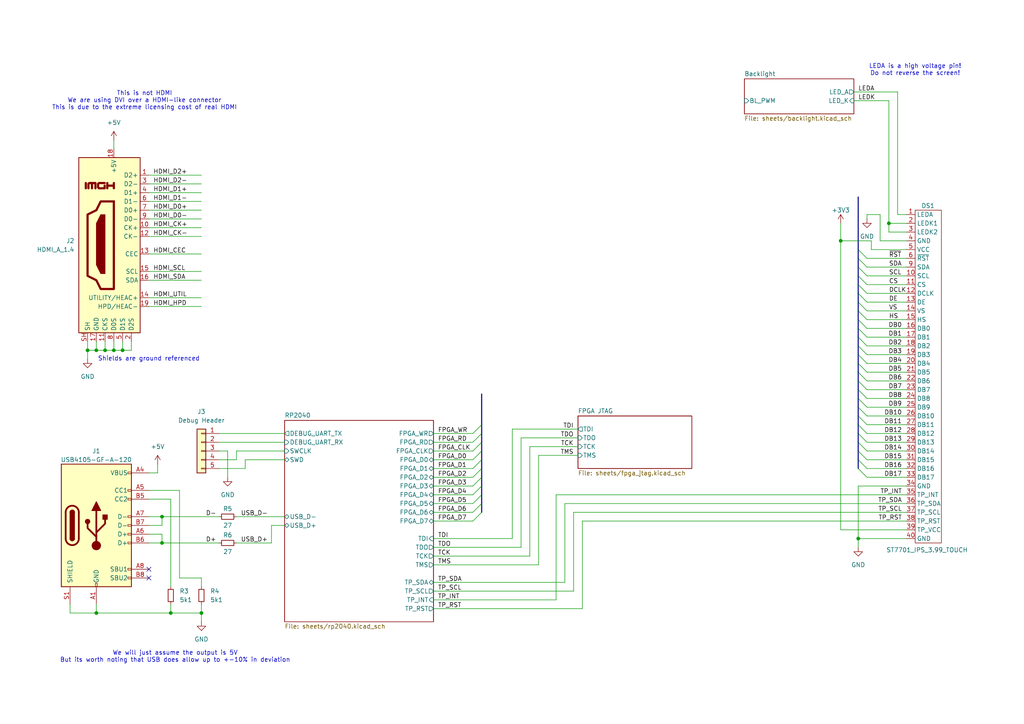
<source format=kicad_sch>
(kicad_sch (version 20231120) (generator "eeschema") (generator_version "8.0")
  (paper "A4")
  (title_block (title "Top Sheet") (date "2024-03-11") (rev "1") (company "https://github.com/Cuprum77"))
  (lib_symbols
    (symbol "Connector:HDMI_A_1.4"
      (property "Reference" "J" (at -6.35 26.67 0))
      (property "Value" "HDMI_A_1.4" (at 10.16 26.67 0))
      (symbol "HDMI_A_1.4_0_0"
        (polyline (pts (xy 8.128 16.51) (xy 8.128 18.034)) (stroke (width 0.635)))
        (polyline (pts (xy 0 16.51) (xy 0 18.034) (xy 0 17.272) (xy 1.905 17.272) (xy 1.905 18.034) (xy 1.905 16.51)) (stroke (width 0.635)))
        (polyline (pts (xy 2.667 18.034) (xy 4.318 18.034) (xy 4.572 17.78) (xy 4.572 16.764) (xy 4.318 16.51) (xy 2.667 16.51) (xy 2.667 17.272)) (stroke (width 0.635)))
      )
      (symbol "HDMI_A_1.4_0_1"
        (rectangle (start -7.62 25.4) (end 10.16 -25.4) (stroke (width 0.254)) (fill (type background)))
        (polyline (pts (xy 2.54 8.89) (xy 3.81 8.89) (xy 5.08 6.35) (xy 5.08 -5.715) (xy 3.81 -8.255) (xy 2.54 -8.255) (xy 2.54 8.89)) (fill (type outline)))
        (polyline (pts (xy 5.334 16.51) (xy 5.334 18.034) (xy 6.35 18.034) (xy 6.35 16.51) (xy 6.35 18.034) (xy 7.112 18.034) (xy 7.366 17.78) (xy 7.366 16.51)) (stroke (width 0.635)))
        (polyline (pts (xy 0 12.7) (xy 0 -12.7) (xy 3.81 -12.7) (xy 5.08 -10.16) (xy 7.62 -8.89) (xy 7.62 8.89) (xy 5.08 10.16) (xy 3.81 12.7) (xy 0 12.7)) (stroke (width 0.635)))
      )
      (symbol "HDMI_A_1.4_1_1"
        (pin passive line (at -10.16 20.32 0) (length 2.54) (name "D2+") (number "1"))
        (pin passive line (at -10.16 5.08 0) (length 2.54) (name "CK+") (number "10"))
        (pin power_in line (at 2.54 -27.94 90) (length 2.54) (name "CKS") (number "11"))
        (pin passive line (at -10.16 2.54 0) (length 2.54) (name "CK-") (number "12"))
        (pin bidirectional line (at -10.16 -2.54 0) (length 2.54) (name "CEC") (number "13"))
        (pin passive line (at -10.16 -15.24 0) (length 2.54) (name "UTILITY/HEAC+") (number "14"))
        (pin passive line (at -10.16 -7.62 0) (length 2.54) (name "SCL") (number "15"))
        (pin bidirectional line (at -10.16 -10.16 0) (length 2.54) (name "SDA") (number "16"))
        (pin power_in line (at 5.08 -27.94 90) (length 2.54) (name "GND") (number "17"))
        (pin power_in line (at 0 27.94 270) (length 2.54) (name "+5V") (number "18"))
        (pin passive line (at -10.16 -17.78 0) (length 2.54) (name "HPD/HEAC-") (number "19"))
        (pin power_in line (at -5.08 -27.94 90) (length 2.54) (name "D2S") (number "2"))
        (pin passive line (at -10.16 17.78 0) (length 2.54) (name "D2-") (number "3"))
        (pin passive line (at -10.16 15.24 0) (length 2.54) (name "D1+") (number "4"))
        (pin power_in line (at -2.54 -27.94 90) (length 2.54) (name "D1S") (number "5"))
        (pin passive line (at -10.16 12.7 0) (length 2.54) (name "D1-") (number "6"))
        (pin passive line (at -10.16 10.16 0) (length 2.54) (name "D0+") (number "7"))
        (pin power_in line (at 0 -27.94 90) (length 2.54) (name "D0S") (number "8"))
        (pin passive line (at -10.16 7.62 0) (length 2.54) (name "D0-") (number "9"))
        (pin passive line (at 7.62 -27.94 90) (length 2.54) (name "SH") (number "SH"))
      )
    )
    (symbol "Connector:USB_C_Receptacle_USB2.0" (pin_names (offset 1.016))
      (property "Reference" "J" (at -10.16 19.05 0))
      (property "Value" "USB_C_Receptacle_USB2.0" (at 19.05 19.05 0))
      (symbol "USB_C_Receptacle_USB2.0_0_0"
        (rectangle (start -0.254 -17.78) (end 0.254 -16.764))
        (rectangle (start 10.16 -14.986) (end 9.144 -15.494))
        (rectangle (start 10.16 -12.446) (end 9.144 -12.954))
        (rectangle (start 10.16 -4.826) (end 9.144 -5.334))
        (rectangle (start 10.16 -2.286) (end 9.144 -2.794))
        (rectangle (start 10.16 0.254) (end 9.144 -0.254))
        (rectangle (start 10.16 2.794) (end 9.144 2.286))
        (rectangle (start 10.16 7.874) (end 9.144 7.366))
        (rectangle (start 10.16 10.414) (end 9.144 9.906))
        (rectangle (start 10.16 15.494) (end 9.144 14.986))
      )
      (symbol "USB_C_Receptacle_USB2.0_0_1"
        (rectangle (start -10.16 17.78) (end 10.16 -17.78) (stroke (width 0.254)) (fill (type background)))
        (arc (start -8.89 -3.81) (mid -6.985 -5.7067) (end -5.08 -3.81) (stroke (width 0.508)))
        (arc (start -7.62 -3.81) (mid -6.985 -4.4423) (end -6.35 -3.81) (stroke (width 0.254)))
        (arc (start -7.62 -3.81) (mid -6.985 -4.4423) (end -6.35 -3.81) (stroke (width 0.254)) (fill (type outline)))
        (rectangle (start -7.62 -3.81) (end -6.35 3.81) (stroke (width 0.254)) (fill (type outline)))
        (arc (start -6.35 3.81) (mid -6.985 4.4423) (end -7.62 3.81) (stroke (width 0.254)))
        (arc (start -6.35 3.81) (mid -6.985 4.4423) (end -7.62 3.81) (stroke (width 0.254)) (fill (type outline)))
        (arc (start -5.08 3.81) (mid -6.985 5.7067) (end -8.89 3.81) (stroke (width 0.508)))
        (circle (center -2.54 1.143) (radius 0.635) (stroke (width 0.254)) (fill (type outline)))
        (circle (center 0 -5.842) (radius 1.27) (fill (type outline)))
        (polyline (pts (xy -8.89 -3.81) (xy -8.89 3.81)) (stroke (width 0.508)))
        (polyline (pts (xy -5.08 3.81) (xy -5.08 -3.81)) (stroke (width 0.508)))
        (polyline (pts (xy 0 -5.842) (xy 0 4.318)) (stroke (width 0.508)))
        (polyline (pts (xy 0 -3.302) (xy -2.54 -0.762) (xy -2.54 0.508)) (stroke (width 0.508)))
        (polyline (pts (xy 0 -2.032) (xy 2.54 0.508) (xy 2.54 1.778)) (stroke (width 0.508)))
        (polyline (pts (xy -1.27 4.318) (xy 0 6.858) (xy 1.27 4.318) (xy -1.27 4.318)) (stroke (width 0.254)) (fill (type outline)))
        (rectangle (start 1.905 1.778) (end 3.175 3.048) (stroke (width 0.254)) (fill (type outline)))
      )
      (symbol "USB_C_Receptacle_USB2.0_1_1"
        (pin passive line (at 0 -22.86 90) (length 5.08) (name "GND") (number "A1"))
        (pin passive line (at 0 -22.86 90) (length 5.08) hide (name "GND") (number "A12"))
        (pin passive line (at 15.24 15.24 180) (length 5.08) (name "VBUS") (number "A4"))
        (pin bidirectional line (at 15.24 10.16 180) (length 5.08) (name "CC1") (number "A5"))
        (pin bidirectional line (at 15.24 -2.54 180) (length 5.08) (name "D+") (number "A6"))
        (pin bidirectional line (at 15.24 2.54 180) (length 5.08) (name "D-") (number "A7"))
        (pin bidirectional line (at 15.24 -12.7 180) (length 5.08) (name "SBU1") (number "A8"))
        (pin passive line (at 15.24 15.24 180) (length 5.08) hide (name "VBUS") (number "A9"))
        (pin passive line (at 0 -22.86 90) (length 5.08) hide (name "GND") (number "B1"))
        (pin passive line (at 0 -22.86 90) (length 5.08) hide (name "GND") (number "B12"))
        (pin passive line (at 15.24 15.24 180) (length 5.08) hide (name "VBUS") (number "B4"))
        (pin bidirectional line (at 15.24 7.62 180) (length 5.08) (name "CC2") (number "B5"))
        (pin bidirectional line (at 15.24 -5.08 180) (length 5.08) (name "D+") (number "B6"))
        (pin bidirectional line (at 15.24 0 180) (length 5.08) (name "D-") (number "B7"))
        (pin bidirectional line (at 15.24 -15.24 180) (length 5.08) (name "SBU2") (number "B8"))
        (pin passive line (at 15.24 15.24 180) (length 5.08) hide (name "VBUS") (number "B9"))
        (pin passive line (at -7.62 -22.86 90) (length 5.08) (name "SHIELD") (number "S1"))
      )
    )
    (symbol "Connector_Generic:Conn_01x05" (pin_names (offset 1.016) hide)
      (property "Reference" "J" (at 0 7.62 0))
      (property "Value" "Conn_01x05" (at 0 -7.62 0))
      (symbol "Conn_01x05_1_1"
        (rectangle (start -1.27 -4.953) (end 0 -5.207) (stroke (width 0.1524)))
        (rectangle (start -1.27 -2.413) (end 0 -2.667) (stroke (width 0.1524)))
        (rectangle (start -1.27 0.127) (end 0 -0.127) (stroke (width 0.1524)))
        (rectangle (start -1.27 2.667) (end 0 2.413) (stroke (width 0.1524)))
        (rectangle (start -1.27 5.207) (end 0 4.953) (stroke (width 0.1524)))
        (rectangle (start -1.27 6.35) (end 1.27 -6.35) (stroke (width 0.254)) (fill (type background)))
        (pin passive line (at -5.08 5.08 0) (length 3.81) (name "Pin_1") (number "1"))
        (pin passive line (at -5.08 2.54 0) (length 3.81) (name "Pin_2") (number "2"))
        (pin passive line (at -5.08 0 0) (length 3.81) (name "Pin_3") (number "3"))
        (pin passive line (at -5.08 -2.54 0) (length 3.81) (name "Pin_4") (number "4"))
        (pin passive line (at -5.08 -5.08 0) (length 3.81) (name "Pin_5") (number "5"))
      )
    )
    (symbol "Cuprum_Displays:ST7701_IPS_3.99_TOUCH"
      (property "Reference" "DS" (at 0 7.62 0))
      (property "Value" "ST7701_IPS_3.99_TOUCH" (at 0 5.08 0))
      (symbol "ST7701_IPS_3.99_TOUCH_0_1"
        (rectangle (start -48.26 3.81) (end 48.26 -3.81))
      )
      (symbol "ST7701_IPS_3.99_TOUCH_1_1"
        (pin input line (at -46.99 -6.35 90) (length 2.54) (name "LEDA") (number "1"))
        (pin input line (at -29.21 -6.35 90) (length 2.54) (name "SCL") (number "10"))
        (pin input line (at -26.67 -6.35 90) (length 2.54) (name "CS") (number "11"))
        (pin input line (at -24.13 -6.35 90) (length 2.54) (name "DCLK") (number "12"))
        (pin input line (at -21.59 -6.35 90) (length 2.54) (name "DE") (number "13"))
        (pin input line (at -19.05 -6.35 90) (length 2.54) (name "VS") (number "14"))
        (pin input line (at -16.51 -6.35 90) (length 2.54) (name "HS") (number "15"))
        (pin input line (at -13.97 -6.35 90) (length 2.54) (name "DB0") (number "16"))
        (pin input line (at -11.43 -6.35 90) (length 2.54) (name "DB1") (number "17"))
        (pin input line (at -8.89 -6.35 90) (length 2.54) (name "DB2") (number "18"))
        (pin input line (at -6.35 -6.35 90) (length 2.54) (name "DB3") (number "19"))
        (pin input line (at -44.45 -6.35 90) (length 2.54) (name "LEDK1") (number "2"))
        (pin input line (at -3.81 -6.35 90) (length 2.54) (name "DB4") (number "20"))
        (pin input line (at -1.27 -6.35 90) (length 2.54) (name "DB5") (number "21"))
        (pin input line (at 1.27 -6.35 90) (length 2.54) (name "DB6") (number "22"))
        (pin input line (at 3.81 -6.35 90) (length 2.54) (name "DB7") (number "23"))
        (pin input line (at 6.35 -6.35 90) (length 2.54) (name "DB8") (number "24"))
        (pin input line (at 8.89 -6.35 90) (length 2.54) (name "DB9") (number "25"))
        (pin input line (at 11.43 -6.35 90) (length 2.54) (name "DB10") (number "26"))
        (pin input line (at 13.97 -6.35 90) (length 2.54) (name "DB11") (number "27"))
        (pin input line (at 16.51 -6.35 90) (length 2.54) (name "DB12") (number "28"))
        (pin input line (at 19.05 -6.35 90) (length 2.54) (name "DB13") (number "29"))
        (pin input line (at -41.91 -6.35 90) (length 2.54) (name "LEDK2") (number "3"))
        (pin input line (at 21.59 -6.35 90) (length 2.54) (name "DB14") (number "30"))
        (pin input line (at 24.13 -6.35 90) (length 2.54) (name "DB15") (number "31"))
        (pin input line (at 26.67 -6.35 90) (length 2.54) (name "DB16") (number "32"))
        (pin input line (at 29.21 -6.35 90) (length 2.54) (name "DB17") (number "33"))
        (pin input line (at 31.75 -6.35 90) (length 2.54) (name "GND") (number "34"))
        (pin input line (at 34.29 -6.35 90) (length 2.54) (name "TP_INT") (number "35"))
        (pin input line (at 36.83 -6.35 90) (length 2.54) (name "TP_SDA") (number "36"))
        (pin input line (at 39.37 -6.35 90) (length 2.54) (name "TP_SCL") (number "37"))
        (pin input line (at 41.91 -6.35 90) (length 2.54) (name "TP_RST") (number "38"))
        (pin input line (at 44.45 -6.35 90) (length 2.54) (name "TP_VCC") (number "39"))
        (pin input line (at -39.37 -6.35 90) (length 2.54) (name "GND") (number "4"))
        (pin input line (at 46.99 -6.35 90) (length 2.54) (name "GND") (number "40"))
        (pin input line (at -36.83 -6.35 90) (length 2.54) (name "VCC") (number "5"))
        (pin input line (at -34.29 -6.35 90) (length 2.54) (name "~{RST}") (number "6"))
        (pin input line (at -31.75 -6.35 90) (length 2.54) (name "SDA") (number "9"))
      )
    )
    (symbol "Device:R_Small" (pin_numbers hide) (pin_names (offset 0.254) hide)
      (property "Reference" "R" (at 0.762 0.508 0))
      (property "Value" "R_Small" (at 0.762 -1.016 0))
      (symbol "R_Small_0_1"
        (rectangle (start -0.762 1.778) (end 0.762 -1.778) (stroke (width 0.2032)))
      )
      (symbol "R_Small_1_1"
        (pin passive line (at 0 2.54 270) (length 0.762) (name "~") (number "1"))
        (pin passive line (at 0 -2.54 90) (length 0.762) (name "~") (number "2"))
      )
    )
    (symbol "PCM_4ms_Power-symbol:GND" (power) (pin_names (offset 0))
      (property "Value" "GND" (at 0 -3.81 0))
      (symbol "GND_0_1"
        (polyline (pts (xy 0 0) (xy 0 -1.27) (xy 1.27 -1.27) (xy 0 -2.54) (xy -1.27 -1.27) (xy 0 -1.27)))
      )
      (symbol "GND_1_1"
        (pin power_in line (at 0 0 270) (length 0) hide (name "GND") (number "1"))
      )
    )
    (symbol "power:+3V3" (power) (pin_names (offset 0))
      (property "Value" "+3V3" (at 0 3.556 0))
      (symbol "+3V3_0_1"
        (polyline (pts (xy -0.762 1.27) (xy 0 2.54)))
        (polyline (pts (xy 0 0) (xy 0 2.54)))
        (polyline (pts (xy 0 2.54) (xy 0.762 1.27)))
      )
      (symbol "+3V3_1_1"
        (pin power_in line (at 0 0 90) (length 0) hide (name "+3V3") (number "1"))
      )
    )
    (symbol "power:+5V" (power) (pin_numbers hide) (pin_names (offset 0) hide)
      (property "Value" "+5V" (at 0 3.556 0))
      (symbol "+5V_0_1"
        (polyline (pts (xy -0.762 1.27) (xy 0 2.54)))
        (polyline (pts (xy 0 0) (xy 0 2.54)))
        (polyline (pts (xy 0 2.54) (xy 0.762 1.27)))
      )
      (symbol "+5V_1_1"
        (pin power_in line (at 0 0 90) (length 0) (name "~") (number "1"))
      )
    )
  )
  (junction (at 25.4 101.6))
  (junction (at 30.48 101.6))
  (junction (at 46.99 149.86))
  (junction (at 49.53 177.8))
  (junction (at 257.81 64.77))
  (junction (at 33.02 101.6))
  (junction (at 58.42 177.8))
  (junction (at 27.94 177.8))
  (junction (at 248.92 156.21))
  (junction (at 35.56 101.6))
  (junction (at 27.94 101.6))
  (junction (at 243.84 69.85))
  (junction (at 46.99 157.48))
  (no_connect (at 43.18 167.64))
  (no_connect (at 43.18 165.1))
  (bus_entry (at 251.46 138.43) (size -2.54 -2.54))
  (bus_entry (at 251.46 97.79) (size -2.54 -2.54))
  (bus_entry (at 251.46 74.93) (size -2.54 -2.54))
  (bus_entry (at 137.16 125.73) (size 2.54 -2.54))
  (bus_entry (at 251.46 110.49) (size -2.54 -2.54))
  (bus_entry (at 251.46 80.01) (size -2.54 -2.54))
  (bus_entry (at 251.46 128.27) (size -2.54 -2.54))
  (bus_entry (at 251.46 77.47) (size -2.54 -2.54))
  (bus_entry (at 137.16 130.81) (size 2.54 -2.54))
  (bus_entry (at 137.16 135.89) (size 2.54 -2.54))
  (bus_entry (at 251.46 133.35) (size -2.54 -2.54))
  (bus_entry (at 137.16 128.27) (size 2.54 -2.54))
  (bus_entry (at 251.46 120.65) (size -2.54 -2.54))
  (bus_entry (at 251.46 82.55) (size -2.54 -2.54))
  (bus_entry (at 251.46 130.81) (size -2.54 -2.54))
  (bus_entry (at 137.16 148.59) (size 2.54 -2.54))
  (bus_entry (at 137.16 151.13) (size 2.54 -2.54))
  (bus_entry (at 251.46 118.11) (size -2.54 -2.54))
  (bus_entry (at 251.46 95.25) (size -2.54 -2.54))
  (bus_entry (at 137.16 133.35) (size 2.54 -2.54))
  (bus_entry (at 251.46 92.71) (size -2.54 -2.54))
  (bus_entry (at 137.16 138.43) (size 2.54 -2.54))
  (bus_entry (at 137.16 140.97) (size 2.54 -2.54))
  (bus_entry (at 137.16 143.51) (size 2.54 -2.54))
  (bus_entry (at 251.46 85.09) (size -2.54 -2.54))
  (bus_entry (at 251.46 102.87) (size -2.54 -2.54))
  (bus_entry (at 251.46 87.63) (size -2.54 -2.54))
  (bus_entry (at 251.46 100.33) (size -2.54 -2.54))
  (bus_entry (at 251.46 135.89) (size -2.54 -2.54))
  (bus_entry (at 251.46 125.73) (size -2.54 -2.54))
  (bus_entry (at 251.46 107.95) (size -2.54 -2.54))
  (bus_entry (at 251.46 105.41) (size -2.54 -2.54))
  (bus_entry (at 251.46 115.57) (size -2.54 -2.54))
  (bus_entry (at 251.46 90.17) (size -2.54 -2.54))
  (bus_entry (at 251.46 123.19) (size -2.54 -2.54))
  (bus_entry (at 251.46 113.03) (size -2.54 -2.54))
  (bus_entry (at 137.16 146.05) (size 2.54 -2.54))
  (wire (pts (xy 35.56 99.06) (xy 35.56 101.6)))
  (wire (pts (xy 49.53 144.78) (xy 43.18 144.78)))
  (wire (pts (xy 46.99 149.86) (xy 63.5 149.86)))
  (wire (pts (xy 125.73 143.51) (xy 137.16 143.51)))
  (wire (pts (xy 166.37 148.59) (xy 166.37 171.45)))
  (wire (pts (xy 252.73 72.39) (xy 252.73 69.85)))
  (wire (pts (xy 27.94 175.26) (xy 27.94 177.8)))
  (wire (pts (xy 248.92 156.21) (xy 262.89 156.21)))
  (wire (pts (xy 68.58 157.48) (xy 78.74 157.48)))
  (wire (pts (xy 58.42 177.8) (xy 49.53 177.8)))
  (bus (pts (xy 248.92 110.49) (xy 248.92 113.03)))
  (wire (pts (xy 25.4 101.6) (xy 27.94 101.6)))
  (wire (pts (xy 43.18 149.86) (xy 46.99 149.86)))
  (wire (pts (xy 168.91 151.13) (xy 262.89 151.13)))
  (wire (pts (xy 125.73 128.27) (xy 137.16 128.27)))
  (wire (pts (xy 33.02 101.6) (xy 30.48 101.6)))
  (wire (pts (xy 125.73 173.99) (xy 161.29 173.99)))
  (wire (pts (xy 251.46 110.49) (xy 262.89 110.49)))
  (wire (pts (xy 20.32 177.8) (xy 27.94 177.8)))
  (bus (pts (xy 248.92 102.87) (xy 248.92 105.41)))
  (wire (pts (xy 125.73 130.81) (xy 137.16 130.81)))
  (wire (pts (xy 262.89 72.39) (xy 252.73 72.39)))
  (wire (pts (xy 125.73 161.29) (xy 153.67 161.29)))
  (wire (pts (xy 43.18 154.94) (xy 46.99 154.94)))
  (bus (pts (xy 139.7 128.27) (xy 139.7 130.81)))
  (wire (pts (xy 63.5 125.73) (xy 82.55 125.73)))
  (wire (pts (xy 251.46 123.19) (xy 262.89 123.19)))
  (wire (pts (xy 125.73 148.59) (xy 137.16 148.59)))
  (wire (pts (xy 52.07 142.24) (xy 52.07 167.64)))
  (wire (pts (xy 243.84 153.67) (xy 262.89 153.67)))
  (wire (pts (xy 68.58 133.35) (xy 68.58 130.81)))
  (wire (pts (xy 63.5 128.27) (xy 82.55 128.27)))
  (wire (pts (xy 251.46 130.81) (xy 262.89 130.81)))
  (wire (pts (xy 257.81 67.31) (xy 262.89 67.31)))
  (bus (pts (xy 248.92 74.93) (xy 248.92 77.47)))
  (wire (pts (xy 125.73 156.21) (xy 148.59 156.21)))
  (wire (pts (xy 125.73 133.35) (xy 137.16 133.35)))
  (wire (pts (xy 251.46 74.93) (xy 262.89 74.93)))
  (wire (pts (xy 66.04 138.43) (xy 66.04 130.81)))
  (wire (pts (xy 43.18 137.16) (xy 45.72 137.16)))
  (wire (pts (xy 43.18 73.66) (xy 58.42 73.66)))
  (wire (pts (xy 46.99 157.48) (xy 63.5 157.48)))
  (wire (pts (xy 46.99 152.4) (xy 46.99 149.86)))
  (wire (pts (xy 251.46 80.01) (xy 262.89 80.01)))
  (wire (pts (xy 58.42 167.64) (xy 52.07 167.64)))
  (wire (pts (xy 251.46 82.55) (xy 262.89 82.55)))
  (wire (pts (xy 257.81 67.31) (xy 257.81 64.77)))
  (wire (pts (xy 251.46 128.27) (xy 262.89 128.27)))
  (wire (pts (xy 251.46 120.65) (xy 262.89 120.65)))
  (wire (pts (xy 167.64 127) (xy 151.13 127)))
  (bus (pts (xy 248.92 90.17) (xy 248.92 92.71)))
  (wire (pts (xy 33.02 99.06) (xy 33.02 101.6)))
  (wire (pts (xy 156.21 163.83) (xy 125.73 163.83)))
  (wire (pts (xy 125.73 125.73) (xy 137.16 125.73)))
  (bus (pts (xy 248.92 87.63) (xy 248.92 90.17)))
  (wire (pts (xy 257.81 29.21) (xy 247.65 29.21)))
  (bus (pts (xy 248.92 82.55) (xy 248.92 85.09)))
  (wire (pts (xy 68.58 149.86) (xy 82.55 149.86)))
  (wire (pts (xy 153.67 129.54) (xy 167.64 129.54)))
  (bus (pts (xy 248.92 95.25) (xy 248.92 97.79)))
  (wire (pts (xy 43.18 63.5) (xy 58.42 63.5)))
  (wire (pts (xy 71.12 133.35) (xy 71.12 135.89)))
  (wire (pts (xy 43.18 81.28) (xy 58.42 81.28)))
  (wire (pts (xy 49.53 177.8) (xy 49.53 175.26)))
  (wire (pts (xy 255.27 69.85) (xy 255.27 62.23)))
  (wire (pts (xy 38.1 99.06) (xy 38.1 101.6)))
  (wire (pts (xy 25.4 99.06) (xy 25.4 101.6)))
  (wire (pts (xy 35.56 101.6) (xy 33.02 101.6)))
  (wire (pts (xy 151.13 158.75) (xy 125.73 158.75)))
  (wire (pts (xy 151.13 127) (xy 151.13 158.75)))
  (wire (pts (xy 148.59 124.46) (xy 167.64 124.46)))
  (bus (pts (xy 139.7 146.05) (xy 139.7 148.59)))
  (wire (pts (xy 58.42 167.64) (xy 58.42 170.18)))
  (wire (pts (xy 257.81 64.77) (xy 262.89 64.77)))
  (wire (pts (xy 27.94 99.06) (xy 27.94 101.6)))
  (bus (pts (xy 248.92 77.47) (xy 248.92 80.01)))
  (wire (pts (xy 58.42 177.8) (xy 58.42 180.34)))
  (bus (pts (xy 248.92 113.03) (xy 248.92 115.57)))
  (wire (pts (xy 251.46 125.73) (xy 262.89 125.73)))
  (bus (pts (xy 248.92 105.41) (xy 248.92 107.95)))
  (wire (pts (xy 161.29 143.51) (xy 262.89 143.51)))
  (wire (pts (xy 166.37 148.59) (xy 262.89 148.59)))
  (wire (pts (xy 82.55 152.4) (xy 78.74 152.4)))
  (wire (pts (xy 43.18 142.24) (xy 52.07 142.24)))
  (wire (pts (xy 251.46 85.09) (xy 262.89 85.09)))
  (wire (pts (xy 63.5 133.35) (xy 68.58 133.35)))
  (wire (pts (xy 251.46 92.71) (xy 262.89 92.71)))
  (bus (pts (xy 248.92 92.71) (xy 248.92 95.25)))
  (wire (pts (xy 161.29 173.99) (xy 161.29 143.51)))
  (wire (pts (xy 248.92 156.21) (xy 248.92 158.75)))
  (wire (pts (xy 243.84 64.77) (xy 243.84 69.85)))
  (wire (pts (xy 125.73 176.53) (xy 168.91 176.53)))
  (bus (pts (xy 248.92 130.81) (xy 248.92 133.35)))
  (bus (pts (xy 139.7 130.81) (xy 139.7 133.35)))
  (wire (pts (xy 45.72 137.16) (xy 45.72 134.62)))
  (wire (pts (xy 251.46 90.17) (xy 262.89 90.17)))
  (wire (pts (xy 66.04 130.81) (xy 63.5 130.81)))
  (bus (pts (xy 248.92 133.35) (xy 248.92 135.89)))
  (bus (pts (xy 248.92 125.73) (xy 248.92 128.27)))
  (wire (pts (xy 125.73 151.13) (xy 137.16 151.13)))
  (wire (pts (xy 251.46 135.89) (xy 262.89 135.89)))
  (wire (pts (xy 27.94 177.8) (xy 49.53 177.8)))
  (wire (pts (xy 38.1 101.6) (xy 35.56 101.6)))
  (bus (pts (xy 248.92 123.19) (xy 248.92 125.73)))
  (wire (pts (xy 163.83 146.05) (xy 262.89 146.05)))
  (bus (pts (xy 248.92 80.01) (xy 248.92 82.55)))
  (bus (pts (xy 139.7 138.43) (xy 139.7 140.97)))
  (bus (pts (xy 248.92 85.09) (xy 248.92 87.63)))
  (wire (pts (xy 125.73 138.43) (xy 137.16 138.43)))
  (wire (pts (xy 262.89 62.23) (xy 260.35 62.23)))
  (wire (pts (xy 125.73 140.97) (xy 137.16 140.97)))
  (wire (pts (xy 153.67 161.29) (xy 153.67 129.54)))
  (wire (pts (xy 243.84 69.85) (xy 243.84 153.67)))
  (wire (pts (xy 43.18 152.4) (xy 46.99 152.4)))
  (wire (pts (xy 251.46 118.11) (xy 262.89 118.11)))
  (wire (pts (xy 43.18 88.9) (xy 58.42 88.9)))
  (bus (pts (xy 248.92 107.95) (xy 248.92 110.49)))
  (bus (pts (xy 248.92 128.27) (xy 248.92 130.81)))
  (wire (pts (xy 71.12 135.89) (xy 63.5 135.89)))
  (wire (pts (xy 20.32 175.26) (xy 20.32 177.8)))
  (bus (pts (xy 139.7 125.73) (xy 139.7 128.27)))
  (wire (pts (xy 68.58 130.81) (xy 82.55 130.81)))
  (wire (pts (xy 43.18 50.8) (xy 58.42 50.8)))
  (wire (pts (xy 43.18 55.88) (xy 58.42 55.88)))
  (bus (pts (xy 139.7 123.19) (xy 139.7 125.73)))
  (wire (pts (xy 25.4 101.6) (xy 25.4 104.14)))
  (wire (pts (xy 251.46 115.57) (xy 262.89 115.57)))
  (wire (pts (xy 251.46 113.03) (xy 262.89 113.03)))
  (wire (pts (xy 251.46 100.33) (xy 262.89 100.33)))
  (wire (pts (xy 252.73 69.85) (xy 243.84 69.85)))
  (wire (pts (xy 257.81 29.21) (xy 257.81 64.77)))
  (wire (pts (xy 43.18 86.36) (xy 58.42 86.36)))
  (wire (pts (xy 251.46 105.41) (xy 262.89 105.41)))
  (wire (pts (xy 43.18 157.48) (xy 46.99 157.48)))
  (wire (pts (xy 30.48 101.6) (xy 27.94 101.6)))
  (wire (pts (xy 251.46 102.87) (xy 262.89 102.87)))
  (wire (pts (xy 125.73 135.89) (xy 137.16 135.89)))
  (wire (pts (xy 43.18 53.34) (xy 58.42 53.34)))
  (wire (pts (xy 262.89 69.85) (xy 255.27 69.85)))
  (wire (pts (xy 251.46 97.79) (xy 262.89 97.79)))
  (wire (pts (xy 251.46 107.95) (xy 262.89 107.95)))
  (wire (pts (xy 49.53 170.18) (xy 49.53 144.78)))
  (wire (pts (xy 43.18 58.42) (xy 58.42 58.42)))
  (bus (pts (xy 139.7 143.51) (xy 139.7 146.05)))
  (wire (pts (xy 46.99 157.48) (xy 46.99 154.94)))
  (wire (pts (xy 262.89 140.97) (xy 248.92 140.97)))
  (bus (pts (xy 248.92 115.57) (xy 248.92 118.11)))
  (wire (pts (xy 251.46 62.23) (xy 255.27 62.23)))
  (wire (pts (xy 251.46 95.25) (xy 262.89 95.25)))
  (wire (pts (xy 251.46 77.47) (xy 262.89 77.47)))
  (wire (pts (xy 156.21 132.08) (xy 156.21 163.83)))
  (wire (pts (xy 148.59 156.21) (xy 148.59 124.46)))
  (bus (pts (xy 139.7 140.97) (xy 139.7 143.51)))
  (wire (pts (xy 251.46 87.63) (xy 262.89 87.63)))
  (wire (pts (xy 58.42 175.26) (xy 58.42 177.8)))
  (wire (pts (xy 251.46 133.35) (xy 262.89 133.35)))
  (wire (pts (xy 43.18 60.96) (xy 58.42 60.96)))
  (wire (pts (xy 30.48 99.06) (xy 30.48 101.6)))
  (bus (pts (xy 248.92 120.65) (xy 248.92 123.19)))
  (wire (pts (xy 260.35 26.67) (xy 247.65 26.67)))
  (bus (pts (xy 139.7 133.35) (xy 139.7 135.89)))
  (wire (pts (xy 43.18 68.58) (xy 58.42 68.58)))
  (wire (pts (xy 167.64 132.08) (xy 156.21 132.08)))
  (bus (pts (xy 248.92 57.15) (xy 248.92 72.39)))
  (bus (pts (xy 248.92 72.39) (xy 248.92 74.93)))
  (wire (pts (xy 251.46 138.43) (xy 262.89 138.43)))
  (wire (pts (xy 163.83 168.91) (xy 125.73 168.91)))
  (wire (pts (xy 82.55 133.35) (xy 71.12 133.35)))
  (bus (pts (xy 139.7 114.3) (xy 139.7 123.19)))
  (wire (pts (xy 251.46 62.23) (xy 251.46 63.5)))
  (wire (pts (xy 168.91 176.53) (xy 168.91 151.13)))
  (wire (pts (xy 163.83 146.05) (xy 163.83 168.91)))
  (wire (pts (xy 125.73 146.05) (xy 137.16 146.05)))
  (wire (pts (xy 33.02 43.18) (xy 33.02 40.64)))
  (bus (pts (xy 248.92 97.79) (xy 248.92 100.33)))
  (wire (pts (xy 248.92 140.97) (xy 248.92 156.21)))
  (wire (pts (xy 166.37 171.45) (xy 125.73 171.45)))
  (wire (pts (xy 78.74 152.4) (xy 78.74 157.48)))
  (wire (pts (xy 43.18 66.04) (xy 58.42 66.04)))
  (bus (pts (xy 139.7 135.89) (xy 139.7 138.43)))
  (bus (pts (xy 248.92 100.33) (xy 248.92 102.87)))
  (wire (pts (xy 260.35 26.67) (xy 260.35 62.23)))
  (wire (pts (xy 43.18 78.74) (xy 58.42 78.74)))
  (bus (pts (xy 248.92 118.11) (xy 248.92 120.65)))
  (text "LEDA is a high voltage pin!\nDo not reverse the screen!\n" (at 265.43 20.32 0) (effects (font (size 1.27 1.27))))
  (text "Shields are ground referenced\n" (at 43.18 104.14 0) (effects (font (size 1.27 1.27))))
  (text "We will just assume the output is 5V\nBut its worth noting that USB does allow up to +-10% in deviation\n" (at 50.8 190.5 0) (effects (font (size 1.27 1.27))))
  (text "This is not HDMI\nWe are using DVI over a HDMI-like connector\nThis is due to the extreme licensing cost of real HDMI\n" (at 41.91 29.21 0) (effects (font (size 1.27 1.27))))
  (label "TP_SDA" (at 261.62 146.05 180))
  (label "TMS" (at 166.37 132.08 180))
  (label "DB13" (at 261.62 128.27 180))
  (label "DB15" (at 261.62 133.35 180))
  (label "TDO" (at 166.37 127 180))
  (label "LEDA" (at 248.92 26.67 0))
  (label "TMS" (at 127 163.83 0))
  (label "DB11" (at 261.62 123.19 180))
  (label "DB9" (at 261.62 118.11 180))
  (label "TDO" (at 127 158.75 0))
  (label "DE" (at 257.81 87.63 0))
  (label "FPGA_RD" (at 127 128.27 0))
  (label "HDMI_CEC" (at 44.45 73.66 0))
  (label "TP_SCL" (at 261.62 148.59 180))
  (label "FPGA_D0" (at 127 133.35 0))
  (label "HDMI_UTIL" (at 44.45 86.36 0))
  (label "DB7" (at 261.62 113.03 180))
  (label "HDMI_D0+" (at 44.45 60.96 0))
  (label "FPGA_D3" (at 127 140.97 0))
  (label "TDI" (at 127 156.21 0))
  (label "LEDK" (at 248.92 29.21 0))
  (label "FPGA_D7" (at 127 151.13 0))
  (label "D-" (at 59.69 149.86 0))
  (label "FPGA_D1" (at 127 135.89 0))
  (label "FPGA_D4" (at 127 143.51 0))
  (label "VS" (at 257.81 90.17 0))
  (label "DB3" (at 261.62 102.87 180))
  (label "DB6" (at 261.62 110.49 180))
  (label "~{RST}" (at 257.81 74.93 0))
  (label "TP_SCL" (at 127 171.45 0))
  (label "DB16" (at 261.62 135.89 180))
  (label "TCK" (at 166.37 129.54 180))
  (label "DB4" (at 261.62 105.41 180))
  (label "SDA" (at 257.81 77.47 0))
  (label "HDMI_SDA" (at 44.45 81.28 0))
  (label "DB17" (at 261.62 138.43 180))
  (label "TCK" (at 127 161.29 0))
  (label "DB14" (at 261.62 130.81 180))
  (label "TDI" (at 166.37 124.46 180))
  (label "DB12" (at 261.62 125.73 180))
  (label "HDMI_D2+" (at 44.45 50.8 0))
  (label "HDMI_D2-" (at 44.45 53.34 0))
  (label "HDMI_D1-" (at 44.45 58.42 0))
  (label "HS" (at 257.81 92.71 0))
  (label "USB_D-" (at 69.85 149.86 0))
  (label "D+" (at 59.69 157.48 0))
  (label "HDMI_D1+" (at 44.45 55.88 0))
  (label "FPGA_D5" (at 127 146.05 0))
  (label "DB0" (at 261.62 95.25 180))
  (label "DB1" (at 261.62 97.79 180))
  (label "DB10" (at 261.62 120.65 180))
  (label "FPGA_D6" (at 127 148.59 0))
  (label "CS" (at 257.81 82.55 0))
  (label "SCL" (at 257.81 80.01 0))
  (label "TP_RST" (at 127 176.53 0))
  (label "HDMI_SCL" (at 44.45 78.74 0))
  (label "HDMI_HPD" (at 44.45 88.9 0))
  (label "FPGA_CLK" (at 127 130.81 0))
  (label "DCLK" (at 257.81 85.09 0))
  (label "HDMI_CK+" (at 44.45 66.04 0))
  (label "HDMI_D0-" (at 44.45 63.5 0))
  (label "HDMI_CK-" (at 44.45 68.58 0))
  (label "FPGA_D2" (at 127 138.43 0))
  (label "TP_INT" (at 261.62 143.51 180))
  (label "TP_INT" (at 127 173.99 0))
  (label "TP_RST" (at 261.62 151.13 180))
  (label "DB2" (at 261.62 100.33 180))
  (label "USB_D+" (at 69.85 157.48 0))
  (label "FPGA_WR" (at 127 125.73 0))
  (label "TP_SDA" (at 127 168.91 0))
  (label "DB5" (at 261.62 107.95 180))
  (label "DB8" (at 261.62 115.57 180))
  (hierarchical_label "HDMI_D0+" (shape bidirectional) (at 29.21 -33.02 0))
  (hierarchical_label "FPGA_WR" (shape input) (at 52.07 -44.45 0))
  (hierarchical_label "FPGA_D0" (shape bidirectional) (at 52.07 -36.83 0))
  (hierarchical_label "FPGA_D2" (shape bidirectional) (at 52.07 -31.75 0))
  (hierarchical_label "HDMI_SDA" (shape bidirectional) (at 29.21 -12.7 0))
  (hierarchical_label "FPGA_CLK" (shape input) (at 52.07 -39.37 0))
  (hierarchical_label "HDMI_D2+" (shape bidirectional) (at 29.21 -43.18 0))
  (hierarchical_label "FPGA_D3" (shape bidirectional) (at 52.07 -29.21 0))
  (hierarchical_label "HDMI_CEC" (shape bidirectional) (at 29.21 -20.32 0))
  (hierarchical_label "HDMI_HPD" (shape bidirectional) (at 29.21 -5.08 0))
  (hierarchical_label "HDMI_SCL" (shape bidirectional) (at 29.21 -15.24 0))
  (hierarchical_label "FPGA_D5" (shape bidirectional) (at 52.07 -24.13 0))
  (hierarchical_label "HDMI_D0-" (shape bidirectional) (at 29.21 -30.48 0))
  (hierarchical_label "HDMI_UTIL" (shape bidirectional) (at 29.21 -7.62 0))
  (hierarchical_label "HDMI_D2-" (shape bidirectional) (at 29.21 -40.64 0))
  (hierarchical_label "FPGA_D6" (shape bidirectional) (at 52.07 -21.59 0))
  (hierarchical_label "FPGA_D7" (shape bidirectional) (at 52.07 -19.05 0))
  (hierarchical_label "FPGA_D1" (shape bidirectional) (at 52.07 -34.29 0))
  (hierarchical_label "HDMI_CK-" (shape bidirectional) (at 29.21 -25.4 0))
  (hierarchical_label "FPGA_RD" (shape input) (at 52.07 -41.91 0))
  (hierarchical_label "HDMI_D1+" (shape bidirectional) (at 29.21 -38.1 0))
  (hierarchical_label "FPGA_D4" (shape bidirectional) (at 52.07 -26.67 0))
  (hierarchical_label "HDMI_D1-" (shape bidirectional) (at 29.21 -35.56 0))
  (hierarchical_label "HDMI_CK+" (shape bidirectional) (at 29.21 -27.94 0))
  (symbol (lib_id "Device:R_Small") (at 66.04 157.48 90) (unit 1)
    (property "Reference" "R6" (at 66.04 155.194 90))
    (property "Value" "27" (at 66.04 160.02 90))
    (property "Footprint" "Resistor_SMD:R_0603_1608Metric" (effects (hide yes)))
    (property "Description" "Resistor, small symbol" (effects (hide yes)))
  )
  (symbol (lib_id "power:+5V") (at 45.72 134.62 0) (unit 1)
    (property "Reference" "#PWR09" (effects (hide yes)))
    (property "Value" "+5V" (at 45.72 129.54 0))
    (property "Description" "Power symbol creates a global label with name \"+5V\"" (effects (hide yes)))
  )
  (symbol (lib_id "power:+5V") (at 33.02 40.64 0) (unit 1)
    (property "Reference" "#PWR024" (effects (hide yes)))
    (property "Value" "+5V" (at 33.02 35.56 0))
    (property "Description" "Power symbol creates a global label with name \"+5V\"" (effects (hide yes)))
  )
  (symbol (lib_id "power:+3V3") (at 243.84 64.77 0) (unit 1)
    (property "Reference" "#PWR022" (effects (hide yes)))
    (property "Value" "+3V3" (at 243.84 60.96 0))
  )
  (symbol (lib_id "PCM_4ms_Power-symbol:GND") (at 58.42 180.34 0) (unit 1)
    (property "Reference" "#PWR08" (effects (hide yes)))
    (property "Value" "GND" (at 58.42 185.42 0))
  )
  (symbol (lib_id "Cuprum_Displays:ST7701_IPS_3.99_TOUCH") (at 269.24 109.22 270) (unit 1)
    (property "Reference" "DS1" (at 267.208 59.69 90) (effects (justify left)))
    (property "Value" "ST7701_IPS_3.99_TOUCH" (at 257.048 159.512 90) (effects (justify left)))
    (property "Footprint" "KiCAD Library:AMPHENOL_F32Q-1A7H1-11040" (effects (hide yes)))
  )
  (symbol (lib_id "PCM_4ms_Power-symbol:GND") (at 248.92 158.75 0) (unit 1)
    (property "Reference" "#PWR017" (effects (hide yes)))
    (property "Value" "GND" (at 248.92 163.83 0))
  )
  (symbol (lib_id "PCM_4ms_Power-symbol:GND") (at 66.04 138.43 0) (unit 1)
    (property "Reference" "#PWR011" (effects (hide yes)))
    (property "Value" "GND" (at 66.04 143.51 0))
  )
  (symbol (lib_id "PCM_4ms_Power-symbol:GND") (at 25.4 104.14 0) (unit 1)
    (property "Reference" "#PWR028" (effects (hide yes)))
    (property "Value" "GND" (at 25.4 109.22 0))
  )
  (symbol (lib_id "PCM_4ms_Power-symbol:GND") (at 251.46 63.5 0) (unit 1)
    (property "Reference" "#PWR023" (effects (hide yes)))
    (property "Value" "GND" (at 251.46 68.58 0))
  )
  (symbol (lib_id "Connector:HDMI_A_1.4") (at 33.02 71.12 0) (mirror y) (unit 1)
    (property "Reference" "J2" (at 21.59 69.8499 0) (effects (justify left)))
    (property "Value" "HDMI_A_1.4" (at 21.59 72.3899 0) (effects (justify left)))
    (property "Datasheet" "https://en.wikipedia.org/wiki/HDMI" (effects (hide yes)))
    (property "Description" "HDMI 1.4+ type A connector" (effects (hide yes)))
  )
  (symbol (lib_id "Device:R_Small") (at 49.53 172.72 0) (unit 1)
    (property "Reference" "R3" (at 52.07 171.4499 0) (effects (justify left)))
    (property "Value" "5k1" (at 52.07 173.9899 0) (effects (justify left)))
    (property "Footprint" "Resistor_SMD:R_0603_1608Metric" (effects (hide yes)))
    (property "Description" "Resistor, small symbol" (effects (hide yes)))
  )
  (symbol (lib_id "Connector:USB_C_Receptacle_USB2.0") (at 27.94 152.4 0) (unit 1)
    (property "Reference" "J1" (at 27.94 130.81 0))
    (property "Value" "USB4105-GF-A-120\n" (at 27.94 133.35 0))
    (property "Footprint" "Connector_USB:USB_C_Receptacle_GCT_USB4105-xx-A_16P_TopMnt_Horizontal" (effects (hide yes)))
    (property "Datasheet" "https://www.usb.org/sites/default/files/documents/usb_type-c.zip" (effects (hide yes)))
  )
  (symbol (lib_id "Connector_Generic:Conn_01x05") (at 58.42 130.81 0) (mirror y) (unit 1)
    (property "Reference" "J3" (at 58.42 119.38 0))
    (property "Value" "Debug Header" (at 58.42 121.92 0))
    (property "Description" "Generic connector, single row, 01x05, script generated (kicad-library-utils/schlib/autogen/connector/)" (effects (hide yes)))
  )
  (symbol (lib_id "Device:R_Small") (at 66.04 149.86 90) (unit 1)
    (property "Reference" "R5" (at 66.04 147.574 90))
    (property "Value" "27" (at 66.04 152.4 90))
    (property "Footprint" "Resistor_SMD:R_0603_1608Metric" (effects (hide yes)))
    (property "Description" "Resistor, small symbol" (effects (hide yes)))
  )
  (symbol (lib_id "Device:R_Small") (at 58.42 172.72 0) (unit 1)
    (property "Reference" "R4" (at 60.96 171.4499 0) (effects (justify left)))
    (property "Value" "5k1" (at 60.96 173.9899 0) (effects (justify left)))
    (property "Footprint" "Resistor_SMD:R_0603_1608Metric" (effects (hide yes)))
    (property "Description" "Resistor, small symbol" (effects (hide yes)))
  )
  (sheet (at 82.55 121.92) (size 43.18 58.42) (stroke (width 0.1524))
    (property "Sheetname" "RP2040" (at 82.55 121.2084 0) (effects (justify left bottom)))
    (property "Sheetfile" "sheets/rp2040.kicad_sch" (at 82.55 180.9246 0) (effects (justify left top)))
    (pin "DEBUG_UART_RX" input (at 82.55 128.27 180))
    (pin "DEBUG_UART_TX" output (at 82.55 125.73 180))
    (pin "USB_D-" bidirectional (at 82.55 149.86 180))
    (pin "USB_D+" bidirectional (at 82.55 152.4 180))
    (pin "SWCLK" input (at 82.55 130.81 180))
    (pin "SWD" bidirectional (at 82.55 133.35 180))
    (pin "TP_RST" output (at 125.73 176.53 0))
    (pin "TP_SCL" output (at 125.73 171.45 0))
    (pin "TP_INT" input (at 125.73 173.99 0))
    (pin "TMS" output (at 125.73 163.83 0))
    (pin "TCK" output (at 125.73 161.29 0))
    (pin "TP_SDA" bidirectional (at 125.73 168.91 0))
    (pin "TDO" output (at 125.73 158.75 0))
    (pin "TDI" input (at 125.73 156.21 0))
    (pin "FPGA_RD" output (at 125.73 128.27 0))
    (pin "FPGA_WR" output (at 125.73 125.73 0))
    (pin "FPGA_CLK" output (at 125.73 130.81 0))
    (pin "FPGA_D6" bidirectional (at 125.73 148.59 0))
    (pin "FPGA_D5" bidirectional (at 125.73 146.05 0))
    (pin "FPGA_D7" bidirectional (at 125.73 151.13 0))
    (pin "FPGA_D4" bidirectional (at 125.73 143.51 0))
    (pin "FPGA_D1" bidirectional (at 125.73 135.89 0))
    (pin "FPGA_D3" bidirectional (at 125.73 140.97 0))
    (pin "FPGA_D0" bidirectional (at 125.73 133.35 0))
    (pin "FPGA_D2" bidirectional (at 125.73 138.43 0))
  )
  (sheet (at 167.64 120.65) (size 33.02 15.24) (stroke (width 0.1524))
    (property "Sheetname" "FPGA JTAG" (at 167.64 119.9384 0) (effects (justify left bottom)))
    (property "Sheetfile" "sheets/fpga_jtag.kicad_sch" (at 167.64 136.4746 0) (effects (justify left top)))
    (pin "TDO" input (at 167.64 127 180))
    (pin "TCK" input (at 167.64 129.54 180))
    (pin "TDI" output (at 167.64 124.46 180))
    (pin "TMS" input (at 167.64 132.08 180))
  )
  (sheet (at 215.9 22.86) (size 31.75 10.16) (stroke (width 0.1524))
    (property "Sheetname" "Backlight" (at 215.9 22.1484 0) (effects (justify left bottom)))
    (property "Sheetfile" "sheets/backlight.kicad_sch" (at 215.9 33.6046 0) (effects (justify left top)))
    (pin "LED_K" input (at 247.65 29.21 0))
    (pin "LED_A" output (at 247.65 26.67 0))
    (pin "BL_PWM" input (at 215.9 29.21 180))
  )
  (sheet (at 173.99 -71.12) (size 43.18 52.07) (stroke (width 0.1524))
    (property "Sheetname" "FPGA IO Bank B" (at 173.99 -71.8316 0) (effects (justify left bottom)))
    (property "Sheetfile" "sheets/fpga_io_bank_b.kicad_sch" (at 173.99 -18.4654 0) (effects (justify left top)))
  )
  (sheet (at 128.27 -71.12) (size 43.18 52.07) (stroke (width 0.1524))
    (property "Sheetname" "FPGA IO Bank A" (at 128.27 -71.8316 0) (effects (justify left bottom)))
    (property "Sheetfile" "sheets/fpga_io_bank_a.kicad_sch" (at 128.27 -18.4654 0) (effects (justify left top)))
  )
  (sheet (at 82.55 -71.12) (size 43.18 52.07) (stroke (width 0.1524))
    (property "Sheetname" "FPGA Power" (at 82.55 -71.8316 0) (effects (justify left bottom)))
    (property "Sheetfile" "sheets/fpga_power.kicad_sch" (at 82.55 -18.4654 0) (effects (justify left top)))
  )
)
</source>
